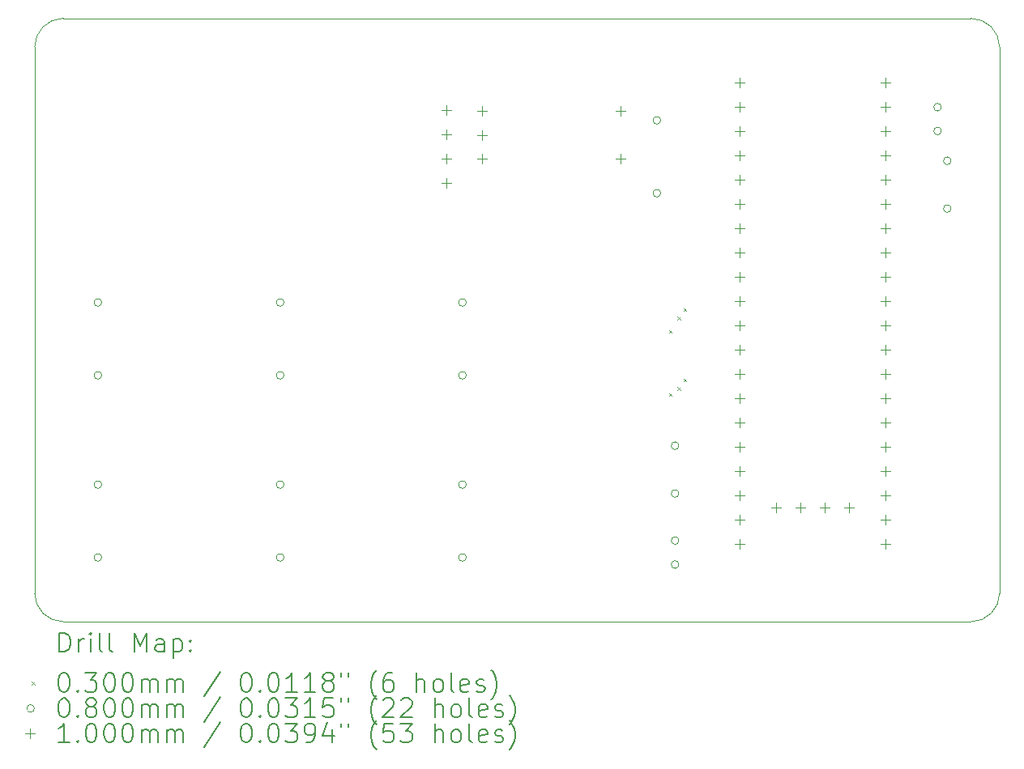
<source format=gbr>
%TF.GenerationSoftware,KiCad,Pcbnew,9.0.2*%
%TF.CreationDate,2025-09-21T22:05:46-04:00*%
%TF.ProjectId,vWAN-macropad,7657414e-2d6d-4616-9372-6f7061642e6b,v1*%
%TF.SameCoordinates,Original*%
%TF.FileFunction,Drillmap*%
%TF.FilePolarity,Positive*%
%FSLAX45Y45*%
G04 Gerber Fmt 4.5, Leading zero omitted, Abs format (unit mm)*
G04 Created by KiCad (PCBNEW 9.0.2) date 2025-09-21 22:05:46*
%MOMM*%
%LPD*%
G01*
G04 APERTURE LIST*
%ADD10C,0.050000*%
%ADD11C,0.200000*%
%ADD12C,0.100000*%
G04 APERTURE END LIST*
D10*
X22326600Y-13555700D02*
G75*
G02*
X22026600Y-13855700I-300000J0D01*
G01*
X12542800Y-13855700D02*
G75*
G02*
X12242800Y-13555700I0J300000D01*
G01*
X12242800Y-7843800D02*
G75*
G02*
X12542800Y-7543800I300000J0D01*
G01*
X12242800Y-13555700D02*
X12242800Y-7843800D01*
X22026600Y-7543800D02*
G75*
G02*
X22326600Y-7843800I0J-300000D01*
G01*
X12542800Y-7543800D02*
X22026600Y-7543800D01*
X22326600Y-7843800D02*
X22326600Y-13555700D01*
X22026600Y-13855700D02*
X12542800Y-13855700D01*
D11*
D12*
X18869900Y-10805400D02*
X18899900Y-10835400D01*
X18899900Y-10805400D02*
X18869900Y-10835400D01*
X18869900Y-11465800D02*
X18899900Y-11495800D01*
X18899900Y-11465800D02*
X18869900Y-11495800D01*
X18958800Y-10665700D02*
X18988800Y-10695700D01*
X18988800Y-10665700D02*
X18958800Y-10695700D01*
X18958800Y-11402300D02*
X18988800Y-11432300D01*
X18988800Y-11402300D02*
X18958800Y-11432300D01*
X19022300Y-10576800D02*
X19052300Y-10606800D01*
X19052300Y-10576800D02*
X19022300Y-10606800D01*
X19022300Y-11313400D02*
X19052300Y-11343400D01*
X19052300Y-11313400D02*
X19022300Y-11343400D01*
X12943200Y-10515600D02*
G75*
G02*
X12863200Y-10515600I-40000J0D01*
G01*
X12863200Y-10515600D02*
G75*
G02*
X12943200Y-10515600I40000J0D01*
G01*
X12943200Y-11277600D02*
G75*
G02*
X12863200Y-11277600I-40000J0D01*
G01*
X12863200Y-11277600D02*
G75*
G02*
X12943200Y-11277600I40000J0D01*
G01*
X12943200Y-12420600D02*
G75*
G02*
X12863200Y-12420600I-40000J0D01*
G01*
X12863200Y-12420600D02*
G75*
G02*
X12943200Y-12420600I40000J0D01*
G01*
X12943200Y-13182600D02*
G75*
G02*
X12863200Y-13182600I-40000J0D01*
G01*
X12863200Y-13182600D02*
G75*
G02*
X12943200Y-13182600I40000J0D01*
G01*
X14848200Y-10515600D02*
G75*
G02*
X14768200Y-10515600I-40000J0D01*
G01*
X14768200Y-10515600D02*
G75*
G02*
X14848200Y-10515600I40000J0D01*
G01*
X14848200Y-11277600D02*
G75*
G02*
X14768200Y-11277600I-40000J0D01*
G01*
X14768200Y-11277600D02*
G75*
G02*
X14848200Y-11277600I40000J0D01*
G01*
X14848200Y-12420600D02*
G75*
G02*
X14768200Y-12420600I-40000J0D01*
G01*
X14768200Y-12420600D02*
G75*
G02*
X14848200Y-12420600I40000J0D01*
G01*
X14848200Y-13182600D02*
G75*
G02*
X14768200Y-13182600I-40000J0D01*
G01*
X14768200Y-13182600D02*
G75*
G02*
X14848200Y-13182600I40000J0D01*
G01*
X16753200Y-10515600D02*
G75*
G02*
X16673200Y-10515600I-40000J0D01*
G01*
X16673200Y-10515600D02*
G75*
G02*
X16753200Y-10515600I40000J0D01*
G01*
X16753200Y-11277600D02*
G75*
G02*
X16673200Y-11277600I-40000J0D01*
G01*
X16673200Y-11277600D02*
G75*
G02*
X16753200Y-11277600I40000J0D01*
G01*
X16753200Y-12420600D02*
G75*
G02*
X16673200Y-12420600I-40000J0D01*
G01*
X16673200Y-12420600D02*
G75*
G02*
X16753200Y-12420600I40000J0D01*
G01*
X16753200Y-13182600D02*
G75*
G02*
X16673200Y-13182600I-40000J0D01*
G01*
X16673200Y-13182600D02*
G75*
G02*
X16753200Y-13182600I40000J0D01*
G01*
X18785200Y-8610600D02*
G75*
G02*
X18705200Y-8610600I-40000J0D01*
G01*
X18705200Y-8610600D02*
G75*
G02*
X18785200Y-8610600I40000J0D01*
G01*
X18785200Y-9372600D02*
G75*
G02*
X18705200Y-9372600I-40000J0D01*
G01*
X18705200Y-9372600D02*
G75*
G02*
X18785200Y-9372600I40000J0D01*
G01*
X18975700Y-12014200D02*
G75*
G02*
X18895700Y-12014200I-40000J0D01*
G01*
X18895700Y-12014200D02*
G75*
G02*
X18975700Y-12014200I40000J0D01*
G01*
X18975700Y-12514200D02*
G75*
G02*
X18895700Y-12514200I-40000J0D01*
G01*
X18895700Y-12514200D02*
G75*
G02*
X18975700Y-12514200I40000J0D01*
G01*
X18975700Y-13006800D02*
G75*
G02*
X18895700Y-13006800I-40000J0D01*
G01*
X18895700Y-13006800D02*
G75*
G02*
X18975700Y-13006800I40000J0D01*
G01*
X18975700Y-13256800D02*
G75*
G02*
X18895700Y-13256800I-40000J0D01*
G01*
X18895700Y-13256800D02*
G75*
G02*
X18975700Y-13256800I40000J0D01*
G01*
X21718900Y-8472900D02*
G75*
G02*
X21638900Y-8472900I-40000J0D01*
G01*
X21638900Y-8472900D02*
G75*
G02*
X21718900Y-8472900I40000J0D01*
G01*
X21718900Y-8722900D02*
G75*
G02*
X21638900Y-8722900I-40000J0D01*
G01*
X21638900Y-8722900D02*
G75*
G02*
X21718900Y-8722900I40000J0D01*
G01*
X21820500Y-9033700D02*
G75*
G02*
X21740500Y-9033700I-40000J0D01*
G01*
X21740500Y-9033700D02*
G75*
G02*
X21820500Y-9033700I40000J0D01*
G01*
X21820500Y-9533700D02*
G75*
G02*
X21740500Y-9533700I-40000J0D01*
G01*
X21740500Y-9533700D02*
G75*
G02*
X21820500Y-9533700I40000J0D01*
G01*
X16548100Y-8456900D02*
X16548100Y-8556900D01*
X16498100Y-8506900D02*
X16598100Y-8506900D01*
X16548100Y-8710900D02*
X16548100Y-8810900D01*
X16498100Y-8760900D02*
X16598100Y-8760900D01*
X16548100Y-8964900D02*
X16548100Y-9064900D01*
X16498100Y-9014900D02*
X16598100Y-9014900D01*
X16548100Y-9218900D02*
X16548100Y-9318900D01*
X16498100Y-9268900D02*
X16598100Y-9268900D01*
X16915700Y-8463000D02*
X16915700Y-8563000D01*
X16865700Y-8513000D02*
X16965700Y-8513000D01*
X16915700Y-8713000D02*
X16915700Y-8813000D01*
X16865700Y-8763000D02*
X16965700Y-8763000D01*
X16915700Y-8963000D02*
X16915700Y-9063000D01*
X16865700Y-9013000D02*
X16965700Y-9013000D01*
X18365700Y-8463000D02*
X18365700Y-8563000D01*
X18315700Y-8513000D02*
X18415700Y-8513000D01*
X18365700Y-8963000D02*
X18365700Y-9063000D01*
X18315700Y-9013000D02*
X18415700Y-9013000D01*
X19608800Y-8166900D02*
X19608800Y-8266900D01*
X19558800Y-8216900D02*
X19658800Y-8216900D01*
X19608800Y-8420900D02*
X19608800Y-8520900D01*
X19558800Y-8470900D02*
X19658800Y-8470900D01*
X19608800Y-8674900D02*
X19608800Y-8774900D01*
X19558800Y-8724900D02*
X19658800Y-8724900D01*
X19608800Y-8928900D02*
X19608800Y-9028900D01*
X19558800Y-8978900D02*
X19658800Y-8978900D01*
X19608800Y-9182900D02*
X19608800Y-9282900D01*
X19558800Y-9232900D02*
X19658800Y-9232900D01*
X19608800Y-9436900D02*
X19608800Y-9536900D01*
X19558800Y-9486900D02*
X19658800Y-9486900D01*
X19608800Y-9690900D02*
X19608800Y-9790900D01*
X19558800Y-9740900D02*
X19658800Y-9740900D01*
X19608800Y-9944900D02*
X19608800Y-10044900D01*
X19558800Y-9994900D02*
X19658800Y-9994900D01*
X19608800Y-10198900D02*
X19608800Y-10298900D01*
X19558800Y-10248900D02*
X19658800Y-10248900D01*
X19608800Y-10452900D02*
X19608800Y-10552900D01*
X19558800Y-10502900D02*
X19658800Y-10502900D01*
X19608800Y-10706900D02*
X19608800Y-10806900D01*
X19558800Y-10756900D02*
X19658800Y-10756900D01*
X19608800Y-10960900D02*
X19608800Y-11060900D01*
X19558800Y-11010900D02*
X19658800Y-11010900D01*
X19608800Y-11214900D02*
X19608800Y-11314900D01*
X19558800Y-11264900D02*
X19658800Y-11264900D01*
X19608800Y-11468900D02*
X19608800Y-11568900D01*
X19558800Y-11518900D02*
X19658800Y-11518900D01*
X19608800Y-11722900D02*
X19608800Y-11822900D01*
X19558800Y-11772900D02*
X19658800Y-11772900D01*
X19608800Y-11976900D02*
X19608800Y-12076900D01*
X19558800Y-12026900D02*
X19658800Y-12026900D01*
X19608800Y-12230900D02*
X19608800Y-12330900D01*
X19558800Y-12280900D02*
X19658800Y-12280900D01*
X19608800Y-12484900D02*
X19608800Y-12584900D01*
X19558800Y-12534900D02*
X19658800Y-12534900D01*
X19608800Y-12738900D02*
X19608800Y-12838900D01*
X19558800Y-12788900D02*
X19658800Y-12788900D01*
X19608800Y-12992900D02*
X19608800Y-13092900D01*
X19558800Y-13042900D02*
X19658800Y-13042900D01*
X19990000Y-12611800D02*
X19990000Y-12711800D01*
X19940000Y-12661800D02*
X20040000Y-12661800D01*
X20244000Y-12611800D02*
X20244000Y-12711800D01*
X20194000Y-12661800D02*
X20294000Y-12661800D01*
X20498000Y-12611800D02*
X20498000Y-12711800D01*
X20448000Y-12661800D02*
X20548000Y-12661800D01*
X20752000Y-12611800D02*
X20752000Y-12711800D01*
X20702000Y-12661800D02*
X20802000Y-12661800D01*
X21132800Y-8166900D02*
X21132800Y-8266900D01*
X21082800Y-8216900D02*
X21182800Y-8216900D01*
X21132800Y-8420900D02*
X21132800Y-8520900D01*
X21082800Y-8470900D02*
X21182800Y-8470900D01*
X21132800Y-8674900D02*
X21132800Y-8774900D01*
X21082800Y-8724900D02*
X21182800Y-8724900D01*
X21132800Y-8928900D02*
X21132800Y-9028900D01*
X21082800Y-8978900D02*
X21182800Y-8978900D01*
X21132800Y-9182900D02*
X21132800Y-9282900D01*
X21082800Y-9232900D02*
X21182800Y-9232900D01*
X21132800Y-9436900D02*
X21132800Y-9536900D01*
X21082800Y-9486900D02*
X21182800Y-9486900D01*
X21132800Y-9690900D02*
X21132800Y-9790900D01*
X21082800Y-9740900D02*
X21182800Y-9740900D01*
X21132800Y-9944900D02*
X21132800Y-10044900D01*
X21082800Y-9994900D02*
X21182800Y-9994900D01*
X21132800Y-10198900D02*
X21132800Y-10298900D01*
X21082800Y-10248900D02*
X21182800Y-10248900D01*
X21132800Y-10452900D02*
X21132800Y-10552900D01*
X21082800Y-10502900D02*
X21182800Y-10502900D01*
X21132800Y-10706900D02*
X21132800Y-10806900D01*
X21082800Y-10756900D02*
X21182800Y-10756900D01*
X21132800Y-10960900D02*
X21132800Y-11060900D01*
X21082800Y-11010900D02*
X21182800Y-11010900D01*
X21132800Y-11214900D02*
X21132800Y-11314900D01*
X21082800Y-11264900D02*
X21182800Y-11264900D01*
X21132800Y-11468900D02*
X21132800Y-11568900D01*
X21082800Y-11518900D02*
X21182800Y-11518900D01*
X21132800Y-11722900D02*
X21132800Y-11822900D01*
X21082800Y-11772900D02*
X21182800Y-11772900D01*
X21132800Y-11976900D02*
X21132800Y-12076900D01*
X21082800Y-12026900D02*
X21182800Y-12026900D01*
X21132800Y-12230900D02*
X21132800Y-12330900D01*
X21082800Y-12280900D02*
X21182800Y-12280900D01*
X21132800Y-12484900D02*
X21132800Y-12584900D01*
X21082800Y-12534900D02*
X21182800Y-12534900D01*
X21132800Y-12738900D02*
X21132800Y-12838900D01*
X21082800Y-12788900D02*
X21182800Y-12788900D01*
X21132800Y-12992900D02*
X21132800Y-13092900D01*
X21082800Y-13042900D02*
X21182800Y-13042900D01*
D11*
X12501077Y-14169684D02*
X12501077Y-13969684D01*
X12501077Y-13969684D02*
X12548696Y-13969684D01*
X12548696Y-13969684D02*
X12577267Y-13979208D01*
X12577267Y-13979208D02*
X12596315Y-13998255D01*
X12596315Y-13998255D02*
X12605839Y-14017303D01*
X12605839Y-14017303D02*
X12615362Y-14055398D01*
X12615362Y-14055398D02*
X12615362Y-14083969D01*
X12615362Y-14083969D02*
X12605839Y-14122065D01*
X12605839Y-14122065D02*
X12596315Y-14141112D01*
X12596315Y-14141112D02*
X12577267Y-14160160D01*
X12577267Y-14160160D02*
X12548696Y-14169684D01*
X12548696Y-14169684D02*
X12501077Y-14169684D01*
X12701077Y-14169684D02*
X12701077Y-14036350D01*
X12701077Y-14074446D02*
X12710601Y-14055398D01*
X12710601Y-14055398D02*
X12720124Y-14045874D01*
X12720124Y-14045874D02*
X12739172Y-14036350D01*
X12739172Y-14036350D02*
X12758220Y-14036350D01*
X12824886Y-14169684D02*
X12824886Y-14036350D01*
X12824886Y-13969684D02*
X12815362Y-13979208D01*
X12815362Y-13979208D02*
X12824886Y-13988731D01*
X12824886Y-13988731D02*
X12834410Y-13979208D01*
X12834410Y-13979208D02*
X12824886Y-13969684D01*
X12824886Y-13969684D02*
X12824886Y-13988731D01*
X12948696Y-14169684D02*
X12929648Y-14160160D01*
X12929648Y-14160160D02*
X12920124Y-14141112D01*
X12920124Y-14141112D02*
X12920124Y-13969684D01*
X13053458Y-14169684D02*
X13034410Y-14160160D01*
X13034410Y-14160160D02*
X13024886Y-14141112D01*
X13024886Y-14141112D02*
X13024886Y-13969684D01*
X13282029Y-14169684D02*
X13282029Y-13969684D01*
X13282029Y-13969684D02*
X13348696Y-14112541D01*
X13348696Y-14112541D02*
X13415362Y-13969684D01*
X13415362Y-13969684D02*
X13415362Y-14169684D01*
X13596315Y-14169684D02*
X13596315Y-14064922D01*
X13596315Y-14064922D02*
X13586791Y-14045874D01*
X13586791Y-14045874D02*
X13567743Y-14036350D01*
X13567743Y-14036350D02*
X13529648Y-14036350D01*
X13529648Y-14036350D02*
X13510601Y-14045874D01*
X13596315Y-14160160D02*
X13577267Y-14169684D01*
X13577267Y-14169684D02*
X13529648Y-14169684D01*
X13529648Y-14169684D02*
X13510601Y-14160160D01*
X13510601Y-14160160D02*
X13501077Y-14141112D01*
X13501077Y-14141112D02*
X13501077Y-14122065D01*
X13501077Y-14122065D02*
X13510601Y-14103017D01*
X13510601Y-14103017D02*
X13529648Y-14093493D01*
X13529648Y-14093493D02*
X13577267Y-14093493D01*
X13577267Y-14093493D02*
X13596315Y-14083969D01*
X13691553Y-14036350D02*
X13691553Y-14236350D01*
X13691553Y-14045874D02*
X13710601Y-14036350D01*
X13710601Y-14036350D02*
X13748696Y-14036350D01*
X13748696Y-14036350D02*
X13767743Y-14045874D01*
X13767743Y-14045874D02*
X13777267Y-14055398D01*
X13777267Y-14055398D02*
X13786791Y-14074446D01*
X13786791Y-14074446D02*
X13786791Y-14131588D01*
X13786791Y-14131588D02*
X13777267Y-14150636D01*
X13777267Y-14150636D02*
X13767743Y-14160160D01*
X13767743Y-14160160D02*
X13748696Y-14169684D01*
X13748696Y-14169684D02*
X13710601Y-14169684D01*
X13710601Y-14169684D02*
X13691553Y-14160160D01*
X13872505Y-14150636D02*
X13882029Y-14160160D01*
X13882029Y-14160160D02*
X13872505Y-14169684D01*
X13872505Y-14169684D02*
X13862982Y-14160160D01*
X13862982Y-14160160D02*
X13872505Y-14150636D01*
X13872505Y-14150636D02*
X13872505Y-14169684D01*
X13872505Y-14045874D02*
X13882029Y-14055398D01*
X13882029Y-14055398D02*
X13872505Y-14064922D01*
X13872505Y-14064922D02*
X13862982Y-14055398D01*
X13862982Y-14055398D02*
X13872505Y-14045874D01*
X13872505Y-14045874D02*
X13872505Y-14064922D01*
D12*
X12210300Y-14483200D02*
X12240300Y-14513200D01*
X12240300Y-14483200D02*
X12210300Y-14513200D01*
D11*
X12539172Y-14389684D02*
X12558220Y-14389684D01*
X12558220Y-14389684D02*
X12577267Y-14399208D01*
X12577267Y-14399208D02*
X12586791Y-14408731D01*
X12586791Y-14408731D02*
X12596315Y-14427779D01*
X12596315Y-14427779D02*
X12605839Y-14465874D01*
X12605839Y-14465874D02*
X12605839Y-14513493D01*
X12605839Y-14513493D02*
X12596315Y-14551588D01*
X12596315Y-14551588D02*
X12586791Y-14570636D01*
X12586791Y-14570636D02*
X12577267Y-14580160D01*
X12577267Y-14580160D02*
X12558220Y-14589684D01*
X12558220Y-14589684D02*
X12539172Y-14589684D01*
X12539172Y-14589684D02*
X12520124Y-14580160D01*
X12520124Y-14580160D02*
X12510601Y-14570636D01*
X12510601Y-14570636D02*
X12501077Y-14551588D01*
X12501077Y-14551588D02*
X12491553Y-14513493D01*
X12491553Y-14513493D02*
X12491553Y-14465874D01*
X12491553Y-14465874D02*
X12501077Y-14427779D01*
X12501077Y-14427779D02*
X12510601Y-14408731D01*
X12510601Y-14408731D02*
X12520124Y-14399208D01*
X12520124Y-14399208D02*
X12539172Y-14389684D01*
X12691553Y-14570636D02*
X12701077Y-14580160D01*
X12701077Y-14580160D02*
X12691553Y-14589684D01*
X12691553Y-14589684D02*
X12682029Y-14580160D01*
X12682029Y-14580160D02*
X12691553Y-14570636D01*
X12691553Y-14570636D02*
X12691553Y-14589684D01*
X12767743Y-14389684D02*
X12891553Y-14389684D01*
X12891553Y-14389684D02*
X12824886Y-14465874D01*
X12824886Y-14465874D02*
X12853458Y-14465874D01*
X12853458Y-14465874D02*
X12872505Y-14475398D01*
X12872505Y-14475398D02*
X12882029Y-14484922D01*
X12882029Y-14484922D02*
X12891553Y-14503969D01*
X12891553Y-14503969D02*
X12891553Y-14551588D01*
X12891553Y-14551588D02*
X12882029Y-14570636D01*
X12882029Y-14570636D02*
X12872505Y-14580160D01*
X12872505Y-14580160D02*
X12853458Y-14589684D01*
X12853458Y-14589684D02*
X12796315Y-14589684D01*
X12796315Y-14589684D02*
X12777267Y-14580160D01*
X12777267Y-14580160D02*
X12767743Y-14570636D01*
X13015362Y-14389684D02*
X13034410Y-14389684D01*
X13034410Y-14389684D02*
X13053458Y-14399208D01*
X13053458Y-14399208D02*
X13062982Y-14408731D01*
X13062982Y-14408731D02*
X13072505Y-14427779D01*
X13072505Y-14427779D02*
X13082029Y-14465874D01*
X13082029Y-14465874D02*
X13082029Y-14513493D01*
X13082029Y-14513493D02*
X13072505Y-14551588D01*
X13072505Y-14551588D02*
X13062982Y-14570636D01*
X13062982Y-14570636D02*
X13053458Y-14580160D01*
X13053458Y-14580160D02*
X13034410Y-14589684D01*
X13034410Y-14589684D02*
X13015362Y-14589684D01*
X13015362Y-14589684D02*
X12996315Y-14580160D01*
X12996315Y-14580160D02*
X12986791Y-14570636D01*
X12986791Y-14570636D02*
X12977267Y-14551588D01*
X12977267Y-14551588D02*
X12967743Y-14513493D01*
X12967743Y-14513493D02*
X12967743Y-14465874D01*
X12967743Y-14465874D02*
X12977267Y-14427779D01*
X12977267Y-14427779D02*
X12986791Y-14408731D01*
X12986791Y-14408731D02*
X12996315Y-14399208D01*
X12996315Y-14399208D02*
X13015362Y-14389684D01*
X13205839Y-14389684D02*
X13224886Y-14389684D01*
X13224886Y-14389684D02*
X13243934Y-14399208D01*
X13243934Y-14399208D02*
X13253458Y-14408731D01*
X13253458Y-14408731D02*
X13262982Y-14427779D01*
X13262982Y-14427779D02*
X13272505Y-14465874D01*
X13272505Y-14465874D02*
X13272505Y-14513493D01*
X13272505Y-14513493D02*
X13262982Y-14551588D01*
X13262982Y-14551588D02*
X13253458Y-14570636D01*
X13253458Y-14570636D02*
X13243934Y-14580160D01*
X13243934Y-14580160D02*
X13224886Y-14589684D01*
X13224886Y-14589684D02*
X13205839Y-14589684D01*
X13205839Y-14589684D02*
X13186791Y-14580160D01*
X13186791Y-14580160D02*
X13177267Y-14570636D01*
X13177267Y-14570636D02*
X13167743Y-14551588D01*
X13167743Y-14551588D02*
X13158220Y-14513493D01*
X13158220Y-14513493D02*
X13158220Y-14465874D01*
X13158220Y-14465874D02*
X13167743Y-14427779D01*
X13167743Y-14427779D02*
X13177267Y-14408731D01*
X13177267Y-14408731D02*
X13186791Y-14399208D01*
X13186791Y-14399208D02*
X13205839Y-14389684D01*
X13358220Y-14589684D02*
X13358220Y-14456350D01*
X13358220Y-14475398D02*
X13367743Y-14465874D01*
X13367743Y-14465874D02*
X13386791Y-14456350D01*
X13386791Y-14456350D02*
X13415363Y-14456350D01*
X13415363Y-14456350D02*
X13434410Y-14465874D01*
X13434410Y-14465874D02*
X13443934Y-14484922D01*
X13443934Y-14484922D02*
X13443934Y-14589684D01*
X13443934Y-14484922D02*
X13453458Y-14465874D01*
X13453458Y-14465874D02*
X13472505Y-14456350D01*
X13472505Y-14456350D02*
X13501077Y-14456350D01*
X13501077Y-14456350D02*
X13520124Y-14465874D01*
X13520124Y-14465874D02*
X13529648Y-14484922D01*
X13529648Y-14484922D02*
X13529648Y-14589684D01*
X13624886Y-14589684D02*
X13624886Y-14456350D01*
X13624886Y-14475398D02*
X13634410Y-14465874D01*
X13634410Y-14465874D02*
X13653458Y-14456350D01*
X13653458Y-14456350D02*
X13682029Y-14456350D01*
X13682029Y-14456350D02*
X13701077Y-14465874D01*
X13701077Y-14465874D02*
X13710601Y-14484922D01*
X13710601Y-14484922D02*
X13710601Y-14589684D01*
X13710601Y-14484922D02*
X13720124Y-14465874D01*
X13720124Y-14465874D02*
X13739172Y-14456350D01*
X13739172Y-14456350D02*
X13767743Y-14456350D01*
X13767743Y-14456350D02*
X13786791Y-14465874D01*
X13786791Y-14465874D02*
X13796315Y-14484922D01*
X13796315Y-14484922D02*
X13796315Y-14589684D01*
X14186791Y-14380160D02*
X14015363Y-14637303D01*
X14443934Y-14389684D02*
X14462982Y-14389684D01*
X14462982Y-14389684D02*
X14482029Y-14399208D01*
X14482029Y-14399208D02*
X14491553Y-14408731D01*
X14491553Y-14408731D02*
X14501077Y-14427779D01*
X14501077Y-14427779D02*
X14510601Y-14465874D01*
X14510601Y-14465874D02*
X14510601Y-14513493D01*
X14510601Y-14513493D02*
X14501077Y-14551588D01*
X14501077Y-14551588D02*
X14491553Y-14570636D01*
X14491553Y-14570636D02*
X14482029Y-14580160D01*
X14482029Y-14580160D02*
X14462982Y-14589684D01*
X14462982Y-14589684D02*
X14443934Y-14589684D01*
X14443934Y-14589684D02*
X14424886Y-14580160D01*
X14424886Y-14580160D02*
X14415363Y-14570636D01*
X14415363Y-14570636D02*
X14405839Y-14551588D01*
X14405839Y-14551588D02*
X14396315Y-14513493D01*
X14396315Y-14513493D02*
X14396315Y-14465874D01*
X14396315Y-14465874D02*
X14405839Y-14427779D01*
X14405839Y-14427779D02*
X14415363Y-14408731D01*
X14415363Y-14408731D02*
X14424886Y-14399208D01*
X14424886Y-14399208D02*
X14443934Y-14389684D01*
X14596315Y-14570636D02*
X14605839Y-14580160D01*
X14605839Y-14580160D02*
X14596315Y-14589684D01*
X14596315Y-14589684D02*
X14586791Y-14580160D01*
X14586791Y-14580160D02*
X14596315Y-14570636D01*
X14596315Y-14570636D02*
X14596315Y-14589684D01*
X14729648Y-14389684D02*
X14748696Y-14389684D01*
X14748696Y-14389684D02*
X14767744Y-14399208D01*
X14767744Y-14399208D02*
X14777267Y-14408731D01*
X14777267Y-14408731D02*
X14786791Y-14427779D01*
X14786791Y-14427779D02*
X14796315Y-14465874D01*
X14796315Y-14465874D02*
X14796315Y-14513493D01*
X14796315Y-14513493D02*
X14786791Y-14551588D01*
X14786791Y-14551588D02*
X14777267Y-14570636D01*
X14777267Y-14570636D02*
X14767744Y-14580160D01*
X14767744Y-14580160D02*
X14748696Y-14589684D01*
X14748696Y-14589684D02*
X14729648Y-14589684D01*
X14729648Y-14589684D02*
X14710601Y-14580160D01*
X14710601Y-14580160D02*
X14701077Y-14570636D01*
X14701077Y-14570636D02*
X14691553Y-14551588D01*
X14691553Y-14551588D02*
X14682029Y-14513493D01*
X14682029Y-14513493D02*
X14682029Y-14465874D01*
X14682029Y-14465874D02*
X14691553Y-14427779D01*
X14691553Y-14427779D02*
X14701077Y-14408731D01*
X14701077Y-14408731D02*
X14710601Y-14399208D01*
X14710601Y-14399208D02*
X14729648Y-14389684D01*
X14986791Y-14589684D02*
X14872506Y-14589684D01*
X14929648Y-14589684D02*
X14929648Y-14389684D01*
X14929648Y-14389684D02*
X14910601Y-14418255D01*
X14910601Y-14418255D02*
X14891553Y-14437303D01*
X14891553Y-14437303D02*
X14872506Y-14446827D01*
X15177267Y-14589684D02*
X15062982Y-14589684D01*
X15120125Y-14589684D02*
X15120125Y-14389684D01*
X15120125Y-14389684D02*
X15101077Y-14418255D01*
X15101077Y-14418255D02*
X15082029Y-14437303D01*
X15082029Y-14437303D02*
X15062982Y-14446827D01*
X15291553Y-14475398D02*
X15272506Y-14465874D01*
X15272506Y-14465874D02*
X15262982Y-14456350D01*
X15262982Y-14456350D02*
X15253458Y-14437303D01*
X15253458Y-14437303D02*
X15253458Y-14427779D01*
X15253458Y-14427779D02*
X15262982Y-14408731D01*
X15262982Y-14408731D02*
X15272506Y-14399208D01*
X15272506Y-14399208D02*
X15291553Y-14389684D01*
X15291553Y-14389684D02*
X15329648Y-14389684D01*
X15329648Y-14389684D02*
X15348696Y-14399208D01*
X15348696Y-14399208D02*
X15358220Y-14408731D01*
X15358220Y-14408731D02*
X15367744Y-14427779D01*
X15367744Y-14427779D02*
X15367744Y-14437303D01*
X15367744Y-14437303D02*
X15358220Y-14456350D01*
X15358220Y-14456350D02*
X15348696Y-14465874D01*
X15348696Y-14465874D02*
X15329648Y-14475398D01*
X15329648Y-14475398D02*
X15291553Y-14475398D01*
X15291553Y-14475398D02*
X15272506Y-14484922D01*
X15272506Y-14484922D02*
X15262982Y-14494446D01*
X15262982Y-14494446D02*
X15253458Y-14513493D01*
X15253458Y-14513493D02*
X15253458Y-14551588D01*
X15253458Y-14551588D02*
X15262982Y-14570636D01*
X15262982Y-14570636D02*
X15272506Y-14580160D01*
X15272506Y-14580160D02*
X15291553Y-14589684D01*
X15291553Y-14589684D02*
X15329648Y-14589684D01*
X15329648Y-14589684D02*
X15348696Y-14580160D01*
X15348696Y-14580160D02*
X15358220Y-14570636D01*
X15358220Y-14570636D02*
X15367744Y-14551588D01*
X15367744Y-14551588D02*
X15367744Y-14513493D01*
X15367744Y-14513493D02*
X15358220Y-14494446D01*
X15358220Y-14494446D02*
X15348696Y-14484922D01*
X15348696Y-14484922D02*
X15329648Y-14475398D01*
X15443934Y-14389684D02*
X15443934Y-14427779D01*
X15520125Y-14389684D02*
X15520125Y-14427779D01*
X15815363Y-14665874D02*
X15805839Y-14656350D01*
X15805839Y-14656350D02*
X15786791Y-14627779D01*
X15786791Y-14627779D02*
X15777268Y-14608731D01*
X15777268Y-14608731D02*
X15767744Y-14580160D01*
X15767744Y-14580160D02*
X15758220Y-14532541D01*
X15758220Y-14532541D02*
X15758220Y-14494446D01*
X15758220Y-14494446D02*
X15767744Y-14446827D01*
X15767744Y-14446827D02*
X15777268Y-14418255D01*
X15777268Y-14418255D02*
X15786791Y-14399208D01*
X15786791Y-14399208D02*
X15805839Y-14370636D01*
X15805839Y-14370636D02*
X15815363Y-14361112D01*
X15977268Y-14389684D02*
X15939172Y-14389684D01*
X15939172Y-14389684D02*
X15920125Y-14399208D01*
X15920125Y-14399208D02*
X15910601Y-14408731D01*
X15910601Y-14408731D02*
X15891553Y-14437303D01*
X15891553Y-14437303D02*
X15882029Y-14475398D01*
X15882029Y-14475398D02*
X15882029Y-14551588D01*
X15882029Y-14551588D02*
X15891553Y-14570636D01*
X15891553Y-14570636D02*
X15901077Y-14580160D01*
X15901077Y-14580160D02*
X15920125Y-14589684D01*
X15920125Y-14589684D02*
X15958220Y-14589684D01*
X15958220Y-14589684D02*
X15977268Y-14580160D01*
X15977268Y-14580160D02*
X15986791Y-14570636D01*
X15986791Y-14570636D02*
X15996315Y-14551588D01*
X15996315Y-14551588D02*
X15996315Y-14503969D01*
X15996315Y-14503969D02*
X15986791Y-14484922D01*
X15986791Y-14484922D02*
X15977268Y-14475398D01*
X15977268Y-14475398D02*
X15958220Y-14465874D01*
X15958220Y-14465874D02*
X15920125Y-14465874D01*
X15920125Y-14465874D02*
X15901077Y-14475398D01*
X15901077Y-14475398D02*
X15891553Y-14484922D01*
X15891553Y-14484922D02*
X15882029Y-14503969D01*
X16234410Y-14589684D02*
X16234410Y-14389684D01*
X16320125Y-14589684D02*
X16320125Y-14484922D01*
X16320125Y-14484922D02*
X16310601Y-14465874D01*
X16310601Y-14465874D02*
X16291553Y-14456350D01*
X16291553Y-14456350D02*
X16262982Y-14456350D01*
X16262982Y-14456350D02*
X16243934Y-14465874D01*
X16243934Y-14465874D02*
X16234410Y-14475398D01*
X16443934Y-14589684D02*
X16424887Y-14580160D01*
X16424887Y-14580160D02*
X16415363Y-14570636D01*
X16415363Y-14570636D02*
X16405839Y-14551588D01*
X16405839Y-14551588D02*
X16405839Y-14494446D01*
X16405839Y-14494446D02*
X16415363Y-14475398D01*
X16415363Y-14475398D02*
X16424887Y-14465874D01*
X16424887Y-14465874D02*
X16443934Y-14456350D01*
X16443934Y-14456350D02*
X16472506Y-14456350D01*
X16472506Y-14456350D02*
X16491553Y-14465874D01*
X16491553Y-14465874D02*
X16501077Y-14475398D01*
X16501077Y-14475398D02*
X16510601Y-14494446D01*
X16510601Y-14494446D02*
X16510601Y-14551588D01*
X16510601Y-14551588D02*
X16501077Y-14570636D01*
X16501077Y-14570636D02*
X16491553Y-14580160D01*
X16491553Y-14580160D02*
X16472506Y-14589684D01*
X16472506Y-14589684D02*
X16443934Y-14589684D01*
X16624887Y-14589684D02*
X16605839Y-14580160D01*
X16605839Y-14580160D02*
X16596315Y-14561112D01*
X16596315Y-14561112D02*
X16596315Y-14389684D01*
X16777268Y-14580160D02*
X16758220Y-14589684D01*
X16758220Y-14589684D02*
X16720125Y-14589684D01*
X16720125Y-14589684D02*
X16701077Y-14580160D01*
X16701077Y-14580160D02*
X16691553Y-14561112D01*
X16691553Y-14561112D02*
X16691553Y-14484922D01*
X16691553Y-14484922D02*
X16701077Y-14465874D01*
X16701077Y-14465874D02*
X16720125Y-14456350D01*
X16720125Y-14456350D02*
X16758220Y-14456350D01*
X16758220Y-14456350D02*
X16777268Y-14465874D01*
X16777268Y-14465874D02*
X16786792Y-14484922D01*
X16786792Y-14484922D02*
X16786792Y-14503969D01*
X16786792Y-14503969D02*
X16691553Y-14523017D01*
X16862982Y-14580160D02*
X16882030Y-14589684D01*
X16882030Y-14589684D02*
X16920125Y-14589684D01*
X16920125Y-14589684D02*
X16939173Y-14580160D01*
X16939173Y-14580160D02*
X16948696Y-14561112D01*
X16948696Y-14561112D02*
X16948696Y-14551588D01*
X16948696Y-14551588D02*
X16939173Y-14532541D01*
X16939173Y-14532541D02*
X16920125Y-14523017D01*
X16920125Y-14523017D02*
X16891553Y-14523017D01*
X16891553Y-14523017D02*
X16872506Y-14513493D01*
X16872506Y-14513493D02*
X16862982Y-14494446D01*
X16862982Y-14494446D02*
X16862982Y-14484922D01*
X16862982Y-14484922D02*
X16872506Y-14465874D01*
X16872506Y-14465874D02*
X16891553Y-14456350D01*
X16891553Y-14456350D02*
X16920125Y-14456350D01*
X16920125Y-14456350D02*
X16939173Y-14465874D01*
X17015363Y-14665874D02*
X17024887Y-14656350D01*
X17024887Y-14656350D02*
X17043934Y-14627779D01*
X17043934Y-14627779D02*
X17053458Y-14608731D01*
X17053458Y-14608731D02*
X17062982Y-14580160D01*
X17062982Y-14580160D02*
X17072506Y-14532541D01*
X17072506Y-14532541D02*
X17072506Y-14494446D01*
X17072506Y-14494446D02*
X17062982Y-14446827D01*
X17062982Y-14446827D02*
X17053458Y-14418255D01*
X17053458Y-14418255D02*
X17043934Y-14399208D01*
X17043934Y-14399208D02*
X17024887Y-14370636D01*
X17024887Y-14370636D02*
X17015363Y-14361112D01*
D12*
X12240300Y-14762200D02*
G75*
G02*
X12160300Y-14762200I-40000J0D01*
G01*
X12160300Y-14762200D02*
G75*
G02*
X12240300Y-14762200I40000J0D01*
G01*
D11*
X12539172Y-14653684D02*
X12558220Y-14653684D01*
X12558220Y-14653684D02*
X12577267Y-14663208D01*
X12577267Y-14663208D02*
X12586791Y-14672731D01*
X12586791Y-14672731D02*
X12596315Y-14691779D01*
X12596315Y-14691779D02*
X12605839Y-14729874D01*
X12605839Y-14729874D02*
X12605839Y-14777493D01*
X12605839Y-14777493D02*
X12596315Y-14815588D01*
X12596315Y-14815588D02*
X12586791Y-14834636D01*
X12586791Y-14834636D02*
X12577267Y-14844160D01*
X12577267Y-14844160D02*
X12558220Y-14853684D01*
X12558220Y-14853684D02*
X12539172Y-14853684D01*
X12539172Y-14853684D02*
X12520124Y-14844160D01*
X12520124Y-14844160D02*
X12510601Y-14834636D01*
X12510601Y-14834636D02*
X12501077Y-14815588D01*
X12501077Y-14815588D02*
X12491553Y-14777493D01*
X12491553Y-14777493D02*
X12491553Y-14729874D01*
X12491553Y-14729874D02*
X12501077Y-14691779D01*
X12501077Y-14691779D02*
X12510601Y-14672731D01*
X12510601Y-14672731D02*
X12520124Y-14663208D01*
X12520124Y-14663208D02*
X12539172Y-14653684D01*
X12691553Y-14834636D02*
X12701077Y-14844160D01*
X12701077Y-14844160D02*
X12691553Y-14853684D01*
X12691553Y-14853684D02*
X12682029Y-14844160D01*
X12682029Y-14844160D02*
X12691553Y-14834636D01*
X12691553Y-14834636D02*
X12691553Y-14853684D01*
X12815362Y-14739398D02*
X12796315Y-14729874D01*
X12796315Y-14729874D02*
X12786791Y-14720350D01*
X12786791Y-14720350D02*
X12777267Y-14701303D01*
X12777267Y-14701303D02*
X12777267Y-14691779D01*
X12777267Y-14691779D02*
X12786791Y-14672731D01*
X12786791Y-14672731D02*
X12796315Y-14663208D01*
X12796315Y-14663208D02*
X12815362Y-14653684D01*
X12815362Y-14653684D02*
X12853458Y-14653684D01*
X12853458Y-14653684D02*
X12872505Y-14663208D01*
X12872505Y-14663208D02*
X12882029Y-14672731D01*
X12882029Y-14672731D02*
X12891553Y-14691779D01*
X12891553Y-14691779D02*
X12891553Y-14701303D01*
X12891553Y-14701303D02*
X12882029Y-14720350D01*
X12882029Y-14720350D02*
X12872505Y-14729874D01*
X12872505Y-14729874D02*
X12853458Y-14739398D01*
X12853458Y-14739398D02*
X12815362Y-14739398D01*
X12815362Y-14739398D02*
X12796315Y-14748922D01*
X12796315Y-14748922D02*
X12786791Y-14758446D01*
X12786791Y-14758446D02*
X12777267Y-14777493D01*
X12777267Y-14777493D02*
X12777267Y-14815588D01*
X12777267Y-14815588D02*
X12786791Y-14834636D01*
X12786791Y-14834636D02*
X12796315Y-14844160D01*
X12796315Y-14844160D02*
X12815362Y-14853684D01*
X12815362Y-14853684D02*
X12853458Y-14853684D01*
X12853458Y-14853684D02*
X12872505Y-14844160D01*
X12872505Y-14844160D02*
X12882029Y-14834636D01*
X12882029Y-14834636D02*
X12891553Y-14815588D01*
X12891553Y-14815588D02*
X12891553Y-14777493D01*
X12891553Y-14777493D02*
X12882029Y-14758446D01*
X12882029Y-14758446D02*
X12872505Y-14748922D01*
X12872505Y-14748922D02*
X12853458Y-14739398D01*
X13015362Y-14653684D02*
X13034410Y-14653684D01*
X13034410Y-14653684D02*
X13053458Y-14663208D01*
X13053458Y-14663208D02*
X13062982Y-14672731D01*
X13062982Y-14672731D02*
X13072505Y-14691779D01*
X13072505Y-14691779D02*
X13082029Y-14729874D01*
X13082029Y-14729874D02*
X13082029Y-14777493D01*
X13082029Y-14777493D02*
X13072505Y-14815588D01*
X13072505Y-14815588D02*
X13062982Y-14834636D01*
X13062982Y-14834636D02*
X13053458Y-14844160D01*
X13053458Y-14844160D02*
X13034410Y-14853684D01*
X13034410Y-14853684D02*
X13015362Y-14853684D01*
X13015362Y-14853684D02*
X12996315Y-14844160D01*
X12996315Y-14844160D02*
X12986791Y-14834636D01*
X12986791Y-14834636D02*
X12977267Y-14815588D01*
X12977267Y-14815588D02*
X12967743Y-14777493D01*
X12967743Y-14777493D02*
X12967743Y-14729874D01*
X12967743Y-14729874D02*
X12977267Y-14691779D01*
X12977267Y-14691779D02*
X12986791Y-14672731D01*
X12986791Y-14672731D02*
X12996315Y-14663208D01*
X12996315Y-14663208D02*
X13015362Y-14653684D01*
X13205839Y-14653684D02*
X13224886Y-14653684D01*
X13224886Y-14653684D02*
X13243934Y-14663208D01*
X13243934Y-14663208D02*
X13253458Y-14672731D01*
X13253458Y-14672731D02*
X13262982Y-14691779D01*
X13262982Y-14691779D02*
X13272505Y-14729874D01*
X13272505Y-14729874D02*
X13272505Y-14777493D01*
X13272505Y-14777493D02*
X13262982Y-14815588D01*
X13262982Y-14815588D02*
X13253458Y-14834636D01*
X13253458Y-14834636D02*
X13243934Y-14844160D01*
X13243934Y-14844160D02*
X13224886Y-14853684D01*
X13224886Y-14853684D02*
X13205839Y-14853684D01*
X13205839Y-14853684D02*
X13186791Y-14844160D01*
X13186791Y-14844160D02*
X13177267Y-14834636D01*
X13177267Y-14834636D02*
X13167743Y-14815588D01*
X13167743Y-14815588D02*
X13158220Y-14777493D01*
X13158220Y-14777493D02*
X13158220Y-14729874D01*
X13158220Y-14729874D02*
X13167743Y-14691779D01*
X13167743Y-14691779D02*
X13177267Y-14672731D01*
X13177267Y-14672731D02*
X13186791Y-14663208D01*
X13186791Y-14663208D02*
X13205839Y-14653684D01*
X13358220Y-14853684D02*
X13358220Y-14720350D01*
X13358220Y-14739398D02*
X13367743Y-14729874D01*
X13367743Y-14729874D02*
X13386791Y-14720350D01*
X13386791Y-14720350D02*
X13415363Y-14720350D01*
X13415363Y-14720350D02*
X13434410Y-14729874D01*
X13434410Y-14729874D02*
X13443934Y-14748922D01*
X13443934Y-14748922D02*
X13443934Y-14853684D01*
X13443934Y-14748922D02*
X13453458Y-14729874D01*
X13453458Y-14729874D02*
X13472505Y-14720350D01*
X13472505Y-14720350D02*
X13501077Y-14720350D01*
X13501077Y-14720350D02*
X13520124Y-14729874D01*
X13520124Y-14729874D02*
X13529648Y-14748922D01*
X13529648Y-14748922D02*
X13529648Y-14853684D01*
X13624886Y-14853684D02*
X13624886Y-14720350D01*
X13624886Y-14739398D02*
X13634410Y-14729874D01*
X13634410Y-14729874D02*
X13653458Y-14720350D01*
X13653458Y-14720350D02*
X13682029Y-14720350D01*
X13682029Y-14720350D02*
X13701077Y-14729874D01*
X13701077Y-14729874D02*
X13710601Y-14748922D01*
X13710601Y-14748922D02*
X13710601Y-14853684D01*
X13710601Y-14748922D02*
X13720124Y-14729874D01*
X13720124Y-14729874D02*
X13739172Y-14720350D01*
X13739172Y-14720350D02*
X13767743Y-14720350D01*
X13767743Y-14720350D02*
X13786791Y-14729874D01*
X13786791Y-14729874D02*
X13796315Y-14748922D01*
X13796315Y-14748922D02*
X13796315Y-14853684D01*
X14186791Y-14644160D02*
X14015363Y-14901303D01*
X14443934Y-14653684D02*
X14462982Y-14653684D01*
X14462982Y-14653684D02*
X14482029Y-14663208D01*
X14482029Y-14663208D02*
X14491553Y-14672731D01*
X14491553Y-14672731D02*
X14501077Y-14691779D01*
X14501077Y-14691779D02*
X14510601Y-14729874D01*
X14510601Y-14729874D02*
X14510601Y-14777493D01*
X14510601Y-14777493D02*
X14501077Y-14815588D01*
X14501077Y-14815588D02*
X14491553Y-14834636D01*
X14491553Y-14834636D02*
X14482029Y-14844160D01*
X14482029Y-14844160D02*
X14462982Y-14853684D01*
X14462982Y-14853684D02*
X14443934Y-14853684D01*
X14443934Y-14853684D02*
X14424886Y-14844160D01*
X14424886Y-14844160D02*
X14415363Y-14834636D01*
X14415363Y-14834636D02*
X14405839Y-14815588D01*
X14405839Y-14815588D02*
X14396315Y-14777493D01*
X14396315Y-14777493D02*
X14396315Y-14729874D01*
X14396315Y-14729874D02*
X14405839Y-14691779D01*
X14405839Y-14691779D02*
X14415363Y-14672731D01*
X14415363Y-14672731D02*
X14424886Y-14663208D01*
X14424886Y-14663208D02*
X14443934Y-14653684D01*
X14596315Y-14834636D02*
X14605839Y-14844160D01*
X14605839Y-14844160D02*
X14596315Y-14853684D01*
X14596315Y-14853684D02*
X14586791Y-14844160D01*
X14586791Y-14844160D02*
X14596315Y-14834636D01*
X14596315Y-14834636D02*
X14596315Y-14853684D01*
X14729648Y-14653684D02*
X14748696Y-14653684D01*
X14748696Y-14653684D02*
X14767744Y-14663208D01*
X14767744Y-14663208D02*
X14777267Y-14672731D01*
X14777267Y-14672731D02*
X14786791Y-14691779D01*
X14786791Y-14691779D02*
X14796315Y-14729874D01*
X14796315Y-14729874D02*
X14796315Y-14777493D01*
X14796315Y-14777493D02*
X14786791Y-14815588D01*
X14786791Y-14815588D02*
X14777267Y-14834636D01*
X14777267Y-14834636D02*
X14767744Y-14844160D01*
X14767744Y-14844160D02*
X14748696Y-14853684D01*
X14748696Y-14853684D02*
X14729648Y-14853684D01*
X14729648Y-14853684D02*
X14710601Y-14844160D01*
X14710601Y-14844160D02*
X14701077Y-14834636D01*
X14701077Y-14834636D02*
X14691553Y-14815588D01*
X14691553Y-14815588D02*
X14682029Y-14777493D01*
X14682029Y-14777493D02*
X14682029Y-14729874D01*
X14682029Y-14729874D02*
X14691553Y-14691779D01*
X14691553Y-14691779D02*
X14701077Y-14672731D01*
X14701077Y-14672731D02*
X14710601Y-14663208D01*
X14710601Y-14663208D02*
X14729648Y-14653684D01*
X14862982Y-14653684D02*
X14986791Y-14653684D01*
X14986791Y-14653684D02*
X14920125Y-14729874D01*
X14920125Y-14729874D02*
X14948696Y-14729874D01*
X14948696Y-14729874D02*
X14967744Y-14739398D01*
X14967744Y-14739398D02*
X14977267Y-14748922D01*
X14977267Y-14748922D02*
X14986791Y-14767969D01*
X14986791Y-14767969D02*
X14986791Y-14815588D01*
X14986791Y-14815588D02*
X14977267Y-14834636D01*
X14977267Y-14834636D02*
X14967744Y-14844160D01*
X14967744Y-14844160D02*
X14948696Y-14853684D01*
X14948696Y-14853684D02*
X14891553Y-14853684D01*
X14891553Y-14853684D02*
X14872506Y-14844160D01*
X14872506Y-14844160D02*
X14862982Y-14834636D01*
X15177267Y-14853684D02*
X15062982Y-14853684D01*
X15120125Y-14853684D02*
X15120125Y-14653684D01*
X15120125Y-14653684D02*
X15101077Y-14682255D01*
X15101077Y-14682255D02*
X15082029Y-14701303D01*
X15082029Y-14701303D02*
X15062982Y-14710827D01*
X15358220Y-14653684D02*
X15262982Y-14653684D01*
X15262982Y-14653684D02*
X15253458Y-14748922D01*
X15253458Y-14748922D02*
X15262982Y-14739398D01*
X15262982Y-14739398D02*
X15282029Y-14729874D01*
X15282029Y-14729874D02*
X15329648Y-14729874D01*
X15329648Y-14729874D02*
X15348696Y-14739398D01*
X15348696Y-14739398D02*
X15358220Y-14748922D01*
X15358220Y-14748922D02*
X15367744Y-14767969D01*
X15367744Y-14767969D02*
X15367744Y-14815588D01*
X15367744Y-14815588D02*
X15358220Y-14834636D01*
X15358220Y-14834636D02*
X15348696Y-14844160D01*
X15348696Y-14844160D02*
X15329648Y-14853684D01*
X15329648Y-14853684D02*
X15282029Y-14853684D01*
X15282029Y-14853684D02*
X15262982Y-14844160D01*
X15262982Y-14844160D02*
X15253458Y-14834636D01*
X15443934Y-14653684D02*
X15443934Y-14691779D01*
X15520125Y-14653684D02*
X15520125Y-14691779D01*
X15815363Y-14929874D02*
X15805839Y-14920350D01*
X15805839Y-14920350D02*
X15786791Y-14891779D01*
X15786791Y-14891779D02*
X15777268Y-14872731D01*
X15777268Y-14872731D02*
X15767744Y-14844160D01*
X15767744Y-14844160D02*
X15758220Y-14796541D01*
X15758220Y-14796541D02*
X15758220Y-14758446D01*
X15758220Y-14758446D02*
X15767744Y-14710827D01*
X15767744Y-14710827D02*
X15777268Y-14682255D01*
X15777268Y-14682255D02*
X15786791Y-14663208D01*
X15786791Y-14663208D02*
X15805839Y-14634636D01*
X15805839Y-14634636D02*
X15815363Y-14625112D01*
X15882029Y-14672731D02*
X15891553Y-14663208D01*
X15891553Y-14663208D02*
X15910601Y-14653684D01*
X15910601Y-14653684D02*
X15958220Y-14653684D01*
X15958220Y-14653684D02*
X15977268Y-14663208D01*
X15977268Y-14663208D02*
X15986791Y-14672731D01*
X15986791Y-14672731D02*
X15996315Y-14691779D01*
X15996315Y-14691779D02*
X15996315Y-14710827D01*
X15996315Y-14710827D02*
X15986791Y-14739398D01*
X15986791Y-14739398D02*
X15872506Y-14853684D01*
X15872506Y-14853684D02*
X15996315Y-14853684D01*
X16072506Y-14672731D02*
X16082029Y-14663208D01*
X16082029Y-14663208D02*
X16101077Y-14653684D01*
X16101077Y-14653684D02*
X16148696Y-14653684D01*
X16148696Y-14653684D02*
X16167744Y-14663208D01*
X16167744Y-14663208D02*
X16177268Y-14672731D01*
X16177268Y-14672731D02*
X16186791Y-14691779D01*
X16186791Y-14691779D02*
X16186791Y-14710827D01*
X16186791Y-14710827D02*
X16177268Y-14739398D01*
X16177268Y-14739398D02*
X16062982Y-14853684D01*
X16062982Y-14853684D02*
X16186791Y-14853684D01*
X16424887Y-14853684D02*
X16424887Y-14653684D01*
X16510601Y-14853684D02*
X16510601Y-14748922D01*
X16510601Y-14748922D02*
X16501077Y-14729874D01*
X16501077Y-14729874D02*
X16482030Y-14720350D01*
X16482030Y-14720350D02*
X16453458Y-14720350D01*
X16453458Y-14720350D02*
X16434410Y-14729874D01*
X16434410Y-14729874D02*
X16424887Y-14739398D01*
X16634410Y-14853684D02*
X16615363Y-14844160D01*
X16615363Y-14844160D02*
X16605839Y-14834636D01*
X16605839Y-14834636D02*
X16596315Y-14815588D01*
X16596315Y-14815588D02*
X16596315Y-14758446D01*
X16596315Y-14758446D02*
X16605839Y-14739398D01*
X16605839Y-14739398D02*
X16615363Y-14729874D01*
X16615363Y-14729874D02*
X16634410Y-14720350D01*
X16634410Y-14720350D02*
X16662982Y-14720350D01*
X16662982Y-14720350D02*
X16682030Y-14729874D01*
X16682030Y-14729874D02*
X16691553Y-14739398D01*
X16691553Y-14739398D02*
X16701077Y-14758446D01*
X16701077Y-14758446D02*
X16701077Y-14815588D01*
X16701077Y-14815588D02*
X16691553Y-14834636D01*
X16691553Y-14834636D02*
X16682030Y-14844160D01*
X16682030Y-14844160D02*
X16662982Y-14853684D01*
X16662982Y-14853684D02*
X16634410Y-14853684D01*
X16815363Y-14853684D02*
X16796315Y-14844160D01*
X16796315Y-14844160D02*
X16786792Y-14825112D01*
X16786792Y-14825112D02*
X16786792Y-14653684D01*
X16967744Y-14844160D02*
X16948696Y-14853684D01*
X16948696Y-14853684D02*
X16910601Y-14853684D01*
X16910601Y-14853684D02*
X16891553Y-14844160D01*
X16891553Y-14844160D02*
X16882030Y-14825112D01*
X16882030Y-14825112D02*
X16882030Y-14748922D01*
X16882030Y-14748922D02*
X16891553Y-14729874D01*
X16891553Y-14729874D02*
X16910601Y-14720350D01*
X16910601Y-14720350D02*
X16948696Y-14720350D01*
X16948696Y-14720350D02*
X16967744Y-14729874D01*
X16967744Y-14729874D02*
X16977268Y-14748922D01*
X16977268Y-14748922D02*
X16977268Y-14767969D01*
X16977268Y-14767969D02*
X16882030Y-14787017D01*
X17053458Y-14844160D02*
X17072506Y-14853684D01*
X17072506Y-14853684D02*
X17110601Y-14853684D01*
X17110601Y-14853684D02*
X17129649Y-14844160D01*
X17129649Y-14844160D02*
X17139173Y-14825112D01*
X17139173Y-14825112D02*
X17139173Y-14815588D01*
X17139173Y-14815588D02*
X17129649Y-14796541D01*
X17129649Y-14796541D02*
X17110601Y-14787017D01*
X17110601Y-14787017D02*
X17082030Y-14787017D01*
X17082030Y-14787017D02*
X17062982Y-14777493D01*
X17062982Y-14777493D02*
X17053458Y-14758446D01*
X17053458Y-14758446D02*
X17053458Y-14748922D01*
X17053458Y-14748922D02*
X17062982Y-14729874D01*
X17062982Y-14729874D02*
X17082030Y-14720350D01*
X17082030Y-14720350D02*
X17110601Y-14720350D01*
X17110601Y-14720350D02*
X17129649Y-14729874D01*
X17205839Y-14929874D02*
X17215363Y-14920350D01*
X17215363Y-14920350D02*
X17234411Y-14891779D01*
X17234411Y-14891779D02*
X17243934Y-14872731D01*
X17243934Y-14872731D02*
X17253458Y-14844160D01*
X17253458Y-14844160D02*
X17262982Y-14796541D01*
X17262982Y-14796541D02*
X17262982Y-14758446D01*
X17262982Y-14758446D02*
X17253458Y-14710827D01*
X17253458Y-14710827D02*
X17243934Y-14682255D01*
X17243934Y-14682255D02*
X17234411Y-14663208D01*
X17234411Y-14663208D02*
X17215363Y-14634636D01*
X17215363Y-14634636D02*
X17205839Y-14625112D01*
D12*
X12190300Y-14976200D02*
X12190300Y-15076200D01*
X12140300Y-15026200D02*
X12240300Y-15026200D01*
D11*
X12605839Y-15117684D02*
X12491553Y-15117684D01*
X12548696Y-15117684D02*
X12548696Y-14917684D01*
X12548696Y-14917684D02*
X12529648Y-14946255D01*
X12529648Y-14946255D02*
X12510601Y-14965303D01*
X12510601Y-14965303D02*
X12491553Y-14974827D01*
X12691553Y-15098636D02*
X12701077Y-15108160D01*
X12701077Y-15108160D02*
X12691553Y-15117684D01*
X12691553Y-15117684D02*
X12682029Y-15108160D01*
X12682029Y-15108160D02*
X12691553Y-15098636D01*
X12691553Y-15098636D02*
X12691553Y-15117684D01*
X12824886Y-14917684D02*
X12843934Y-14917684D01*
X12843934Y-14917684D02*
X12862982Y-14927208D01*
X12862982Y-14927208D02*
X12872505Y-14936731D01*
X12872505Y-14936731D02*
X12882029Y-14955779D01*
X12882029Y-14955779D02*
X12891553Y-14993874D01*
X12891553Y-14993874D02*
X12891553Y-15041493D01*
X12891553Y-15041493D02*
X12882029Y-15079588D01*
X12882029Y-15079588D02*
X12872505Y-15098636D01*
X12872505Y-15098636D02*
X12862982Y-15108160D01*
X12862982Y-15108160D02*
X12843934Y-15117684D01*
X12843934Y-15117684D02*
X12824886Y-15117684D01*
X12824886Y-15117684D02*
X12805839Y-15108160D01*
X12805839Y-15108160D02*
X12796315Y-15098636D01*
X12796315Y-15098636D02*
X12786791Y-15079588D01*
X12786791Y-15079588D02*
X12777267Y-15041493D01*
X12777267Y-15041493D02*
X12777267Y-14993874D01*
X12777267Y-14993874D02*
X12786791Y-14955779D01*
X12786791Y-14955779D02*
X12796315Y-14936731D01*
X12796315Y-14936731D02*
X12805839Y-14927208D01*
X12805839Y-14927208D02*
X12824886Y-14917684D01*
X13015362Y-14917684D02*
X13034410Y-14917684D01*
X13034410Y-14917684D02*
X13053458Y-14927208D01*
X13053458Y-14927208D02*
X13062982Y-14936731D01*
X13062982Y-14936731D02*
X13072505Y-14955779D01*
X13072505Y-14955779D02*
X13082029Y-14993874D01*
X13082029Y-14993874D02*
X13082029Y-15041493D01*
X13082029Y-15041493D02*
X13072505Y-15079588D01*
X13072505Y-15079588D02*
X13062982Y-15098636D01*
X13062982Y-15098636D02*
X13053458Y-15108160D01*
X13053458Y-15108160D02*
X13034410Y-15117684D01*
X13034410Y-15117684D02*
X13015362Y-15117684D01*
X13015362Y-15117684D02*
X12996315Y-15108160D01*
X12996315Y-15108160D02*
X12986791Y-15098636D01*
X12986791Y-15098636D02*
X12977267Y-15079588D01*
X12977267Y-15079588D02*
X12967743Y-15041493D01*
X12967743Y-15041493D02*
X12967743Y-14993874D01*
X12967743Y-14993874D02*
X12977267Y-14955779D01*
X12977267Y-14955779D02*
X12986791Y-14936731D01*
X12986791Y-14936731D02*
X12996315Y-14927208D01*
X12996315Y-14927208D02*
X13015362Y-14917684D01*
X13205839Y-14917684D02*
X13224886Y-14917684D01*
X13224886Y-14917684D02*
X13243934Y-14927208D01*
X13243934Y-14927208D02*
X13253458Y-14936731D01*
X13253458Y-14936731D02*
X13262982Y-14955779D01*
X13262982Y-14955779D02*
X13272505Y-14993874D01*
X13272505Y-14993874D02*
X13272505Y-15041493D01*
X13272505Y-15041493D02*
X13262982Y-15079588D01*
X13262982Y-15079588D02*
X13253458Y-15098636D01*
X13253458Y-15098636D02*
X13243934Y-15108160D01*
X13243934Y-15108160D02*
X13224886Y-15117684D01*
X13224886Y-15117684D02*
X13205839Y-15117684D01*
X13205839Y-15117684D02*
X13186791Y-15108160D01*
X13186791Y-15108160D02*
X13177267Y-15098636D01*
X13177267Y-15098636D02*
X13167743Y-15079588D01*
X13167743Y-15079588D02*
X13158220Y-15041493D01*
X13158220Y-15041493D02*
X13158220Y-14993874D01*
X13158220Y-14993874D02*
X13167743Y-14955779D01*
X13167743Y-14955779D02*
X13177267Y-14936731D01*
X13177267Y-14936731D02*
X13186791Y-14927208D01*
X13186791Y-14927208D02*
X13205839Y-14917684D01*
X13358220Y-15117684D02*
X13358220Y-14984350D01*
X13358220Y-15003398D02*
X13367743Y-14993874D01*
X13367743Y-14993874D02*
X13386791Y-14984350D01*
X13386791Y-14984350D02*
X13415363Y-14984350D01*
X13415363Y-14984350D02*
X13434410Y-14993874D01*
X13434410Y-14993874D02*
X13443934Y-15012922D01*
X13443934Y-15012922D02*
X13443934Y-15117684D01*
X13443934Y-15012922D02*
X13453458Y-14993874D01*
X13453458Y-14993874D02*
X13472505Y-14984350D01*
X13472505Y-14984350D02*
X13501077Y-14984350D01*
X13501077Y-14984350D02*
X13520124Y-14993874D01*
X13520124Y-14993874D02*
X13529648Y-15012922D01*
X13529648Y-15012922D02*
X13529648Y-15117684D01*
X13624886Y-15117684D02*
X13624886Y-14984350D01*
X13624886Y-15003398D02*
X13634410Y-14993874D01*
X13634410Y-14993874D02*
X13653458Y-14984350D01*
X13653458Y-14984350D02*
X13682029Y-14984350D01*
X13682029Y-14984350D02*
X13701077Y-14993874D01*
X13701077Y-14993874D02*
X13710601Y-15012922D01*
X13710601Y-15012922D02*
X13710601Y-15117684D01*
X13710601Y-15012922D02*
X13720124Y-14993874D01*
X13720124Y-14993874D02*
X13739172Y-14984350D01*
X13739172Y-14984350D02*
X13767743Y-14984350D01*
X13767743Y-14984350D02*
X13786791Y-14993874D01*
X13786791Y-14993874D02*
X13796315Y-15012922D01*
X13796315Y-15012922D02*
X13796315Y-15117684D01*
X14186791Y-14908160D02*
X14015363Y-15165303D01*
X14443934Y-14917684D02*
X14462982Y-14917684D01*
X14462982Y-14917684D02*
X14482029Y-14927208D01*
X14482029Y-14927208D02*
X14491553Y-14936731D01*
X14491553Y-14936731D02*
X14501077Y-14955779D01*
X14501077Y-14955779D02*
X14510601Y-14993874D01*
X14510601Y-14993874D02*
X14510601Y-15041493D01*
X14510601Y-15041493D02*
X14501077Y-15079588D01*
X14501077Y-15079588D02*
X14491553Y-15098636D01*
X14491553Y-15098636D02*
X14482029Y-15108160D01*
X14482029Y-15108160D02*
X14462982Y-15117684D01*
X14462982Y-15117684D02*
X14443934Y-15117684D01*
X14443934Y-15117684D02*
X14424886Y-15108160D01*
X14424886Y-15108160D02*
X14415363Y-15098636D01*
X14415363Y-15098636D02*
X14405839Y-15079588D01*
X14405839Y-15079588D02*
X14396315Y-15041493D01*
X14396315Y-15041493D02*
X14396315Y-14993874D01*
X14396315Y-14993874D02*
X14405839Y-14955779D01*
X14405839Y-14955779D02*
X14415363Y-14936731D01*
X14415363Y-14936731D02*
X14424886Y-14927208D01*
X14424886Y-14927208D02*
X14443934Y-14917684D01*
X14596315Y-15098636D02*
X14605839Y-15108160D01*
X14605839Y-15108160D02*
X14596315Y-15117684D01*
X14596315Y-15117684D02*
X14586791Y-15108160D01*
X14586791Y-15108160D02*
X14596315Y-15098636D01*
X14596315Y-15098636D02*
X14596315Y-15117684D01*
X14729648Y-14917684D02*
X14748696Y-14917684D01*
X14748696Y-14917684D02*
X14767744Y-14927208D01*
X14767744Y-14927208D02*
X14777267Y-14936731D01*
X14777267Y-14936731D02*
X14786791Y-14955779D01*
X14786791Y-14955779D02*
X14796315Y-14993874D01*
X14796315Y-14993874D02*
X14796315Y-15041493D01*
X14796315Y-15041493D02*
X14786791Y-15079588D01*
X14786791Y-15079588D02*
X14777267Y-15098636D01*
X14777267Y-15098636D02*
X14767744Y-15108160D01*
X14767744Y-15108160D02*
X14748696Y-15117684D01*
X14748696Y-15117684D02*
X14729648Y-15117684D01*
X14729648Y-15117684D02*
X14710601Y-15108160D01*
X14710601Y-15108160D02*
X14701077Y-15098636D01*
X14701077Y-15098636D02*
X14691553Y-15079588D01*
X14691553Y-15079588D02*
X14682029Y-15041493D01*
X14682029Y-15041493D02*
X14682029Y-14993874D01*
X14682029Y-14993874D02*
X14691553Y-14955779D01*
X14691553Y-14955779D02*
X14701077Y-14936731D01*
X14701077Y-14936731D02*
X14710601Y-14927208D01*
X14710601Y-14927208D02*
X14729648Y-14917684D01*
X14862982Y-14917684D02*
X14986791Y-14917684D01*
X14986791Y-14917684D02*
X14920125Y-14993874D01*
X14920125Y-14993874D02*
X14948696Y-14993874D01*
X14948696Y-14993874D02*
X14967744Y-15003398D01*
X14967744Y-15003398D02*
X14977267Y-15012922D01*
X14977267Y-15012922D02*
X14986791Y-15031969D01*
X14986791Y-15031969D02*
X14986791Y-15079588D01*
X14986791Y-15079588D02*
X14977267Y-15098636D01*
X14977267Y-15098636D02*
X14967744Y-15108160D01*
X14967744Y-15108160D02*
X14948696Y-15117684D01*
X14948696Y-15117684D02*
X14891553Y-15117684D01*
X14891553Y-15117684D02*
X14872506Y-15108160D01*
X14872506Y-15108160D02*
X14862982Y-15098636D01*
X15082029Y-15117684D02*
X15120125Y-15117684D01*
X15120125Y-15117684D02*
X15139172Y-15108160D01*
X15139172Y-15108160D02*
X15148696Y-15098636D01*
X15148696Y-15098636D02*
X15167744Y-15070065D01*
X15167744Y-15070065D02*
X15177267Y-15031969D01*
X15177267Y-15031969D02*
X15177267Y-14955779D01*
X15177267Y-14955779D02*
X15167744Y-14936731D01*
X15167744Y-14936731D02*
X15158220Y-14927208D01*
X15158220Y-14927208D02*
X15139172Y-14917684D01*
X15139172Y-14917684D02*
X15101077Y-14917684D01*
X15101077Y-14917684D02*
X15082029Y-14927208D01*
X15082029Y-14927208D02*
X15072506Y-14936731D01*
X15072506Y-14936731D02*
X15062982Y-14955779D01*
X15062982Y-14955779D02*
X15062982Y-15003398D01*
X15062982Y-15003398D02*
X15072506Y-15022446D01*
X15072506Y-15022446D02*
X15082029Y-15031969D01*
X15082029Y-15031969D02*
X15101077Y-15041493D01*
X15101077Y-15041493D02*
X15139172Y-15041493D01*
X15139172Y-15041493D02*
X15158220Y-15031969D01*
X15158220Y-15031969D02*
X15167744Y-15022446D01*
X15167744Y-15022446D02*
X15177267Y-15003398D01*
X15348696Y-14984350D02*
X15348696Y-15117684D01*
X15301077Y-14908160D02*
X15253458Y-15051017D01*
X15253458Y-15051017D02*
X15377267Y-15051017D01*
X15443934Y-14917684D02*
X15443934Y-14955779D01*
X15520125Y-14917684D02*
X15520125Y-14955779D01*
X15815363Y-15193874D02*
X15805839Y-15184350D01*
X15805839Y-15184350D02*
X15786791Y-15155779D01*
X15786791Y-15155779D02*
X15777268Y-15136731D01*
X15777268Y-15136731D02*
X15767744Y-15108160D01*
X15767744Y-15108160D02*
X15758220Y-15060541D01*
X15758220Y-15060541D02*
X15758220Y-15022446D01*
X15758220Y-15022446D02*
X15767744Y-14974827D01*
X15767744Y-14974827D02*
X15777268Y-14946255D01*
X15777268Y-14946255D02*
X15786791Y-14927208D01*
X15786791Y-14927208D02*
X15805839Y-14898636D01*
X15805839Y-14898636D02*
X15815363Y-14889112D01*
X15986791Y-14917684D02*
X15891553Y-14917684D01*
X15891553Y-14917684D02*
X15882029Y-15012922D01*
X15882029Y-15012922D02*
X15891553Y-15003398D01*
X15891553Y-15003398D02*
X15910601Y-14993874D01*
X15910601Y-14993874D02*
X15958220Y-14993874D01*
X15958220Y-14993874D02*
X15977268Y-15003398D01*
X15977268Y-15003398D02*
X15986791Y-15012922D01*
X15986791Y-15012922D02*
X15996315Y-15031969D01*
X15996315Y-15031969D02*
X15996315Y-15079588D01*
X15996315Y-15079588D02*
X15986791Y-15098636D01*
X15986791Y-15098636D02*
X15977268Y-15108160D01*
X15977268Y-15108160D02*
X15958220Y-15117684D01*
X15958220Y-15117684D02*
X15910601Y-15117684D01*
X15910601Y-15117684D02*
X15891553Y-15108160D01*
X15891553Y-15108160D02*
X15882029Y-15098636D01*
X16062982Y-14917684D02*
X16186791Y-14917684D01*
X16186791Y-14917684D02*
X16120125Y-14993874D01*
X16120125Y-14993874D02*
X16148696Y-14993874D01*
X16148696Y-14993874D02*
X16167744Y-15003398D01*
X16167744Y-15003398D02*
X16177268Y-15012922D01*
X16177268Y-15012922D02*
X16186791Y-15031969D01*
X16186791Y-15031969D02*
X16186791Y-15079588D01*
X16186791Y-15079588D02*
X16177268Y-15098636D01*
X16177268Y-15098636D02*
X16167744Y-15108160D01*
X16167744Y-15108160D02*
X16148696Y-15117684D01*
X16148696Y-15117684D02*
X16091553Y-15117684D01*
X16091553Y-15117684D02*
X16072506Y-15108160D01*
X16072506Y-15108160D02*
X16062982Y-15098636D01*
X16424887Y-15117684D02*
X16424887Y-14917684D01*
X16510601Y-15117684D02*
X16510601Y-15012922D01*
X16510601Y-15012922D02*
X16501077Y-14993874D01*
X16501077Y-14993874D02*
X16482030Y-14984350D01*
X16482030Y-14984350D02*
X16453458Y-14984350D01*
X16453458Y-14984350D02*
X16434410Y-14993874D01*
X16434410Y-14993874D02*
X16424887Y-15003398D01*
X16634410Y-15117684D02*
X16615363Y-15108160D01*
X16615363Y-15108160D02*
X16605839Y-15098636D01*
X16605839Y-15098636D02*
X16596315Y-15079588D01*
X16596315Y-15079588D02*
X16596315Y-15022446D01*
X16596315Y-15022446D02*
X16605839Y-15003398D01*
X16605839Y-15003398D02*
X16615363Y-14993874D01*
X16615363Y-14993874D02*
X16634410Y-14984350D01*
X16634410Y-14984350D02*
X16662982Y-14984350D01*
X16662982Y-14984350D02*
X16682030Y-14993874D01*
X16682030Y-14993874D02*
X16691553Y-15003398D01*
X16691553Y-15003398D02*
X16701077Y-15022446D01*
X16701077Y-15022446D02*
X16701077Y-15079588D01*
X16701077Y-15079588D02*
X16691553Y-15098636D01*
X16691553Y-15098636D02*
X16682030Y-15108160D01*
X16682030Y-15108160D02*
X16662982Y-15117684D01*
X16662982Y-15117684D02*
X16634410Y-15117684D01*
X16815363Y-15117684D02*
X16796315Y-15108160D01*
X16796315Y-15108160D02*
X16786792Y-15089112D01*
X16786792Y-15089112D02*
X16786792Y-14917684D01*
X16967744Y-15108160D02*
X16948696Y-15117684D01*
X16948696Y-15117684D02*
X16910601Y-15117684D01*
X16910601Y-15117684D02*
X16891553Y-15108160D01*
X16891553Y-15108160D02*
X16882030Y-15089112D01*
X16882030Y-15089112D02*
X16882030Y-15012922D01*
X16882030Y-15012922D02*
X16891553Y-14993874D01*
X16891553Y-14993874D02*
X16910601Y-14984350D01*
X16910601Y-14984350D02*
X16948696Y-14984350D01*
X16948696Y-14984350D02*
X16967744Y-14993874D01*
X16967744Y-14993874D02*
X16977268Y-15012922D01*
X16977268Y-15012922D02*
X16977268Y-15031969D01*
X16977268Y-15031969D02*
X16882030Y-15051017D01*
X17053458Y-15108160D02*
X17072506Y-15117684D01*
X17072506Y-15117684D02*
X17110601Y-15117684D01*
X17110601Y-15117684D02*
X17129649Y-15108160D01*
X17129649Y-15108160D02*
X17139173Y-15089112D01*
X17139173Y-15089112D02*
X17139173Y-15079588D01*
X17139173Y-15079588D02*
X17129649Y-15060541D01*
X17129649Y-15060541D02*
X17110601Y-15051017D01*
X17110601Y-15051017D02*
X17082030Y-15051017D01*
X17082030Y-15051017D02*
X17062982Y-15041493D01*
X17062982Y-15041493D02*
X17053458Y-15022446D01*
X17053458Y-15022446D02*
X17053458Y-15012922D01*
X17053458Y-15012922D02*
X17062982Y-14993874D01*
X17062982Y-14993874D02*
X17082030Y-14984350D01*
X17082030Y-14984350D02*
X17110601Y-14984350D01*
X17110601Y-14984350D02*
X17129649Y-14993874D01*
X17205839Y-15193874D02*
X17215363Y-15184350D01*
X17215363Y-15184350D02*
X17234411Y-15155779D01*
X17234411Y-15155779D02*
X17243934Y-15136731D01*
X17243934Y-15136731D02*
X17253458Y-15108160D01*
X17253458Y-15108160D02*
X17262982Y-15060541D01*
X17262982Y-15060541D02*
X17262982Y-15022446D01*
X17262982Y-15022446D02*
X17253458Y-14974827D01*
X17253458Y-14974827D02*
X17243934Y-14946255D01*
X17243934Y-14946255D02*
X17234411Y-14927208D01*
X17234411Y-14927208D02*
X17215363Y-14898636D01*
X17215363Y-14898636D02*
X17205839Y-14889112D01*
M02*

</source>
